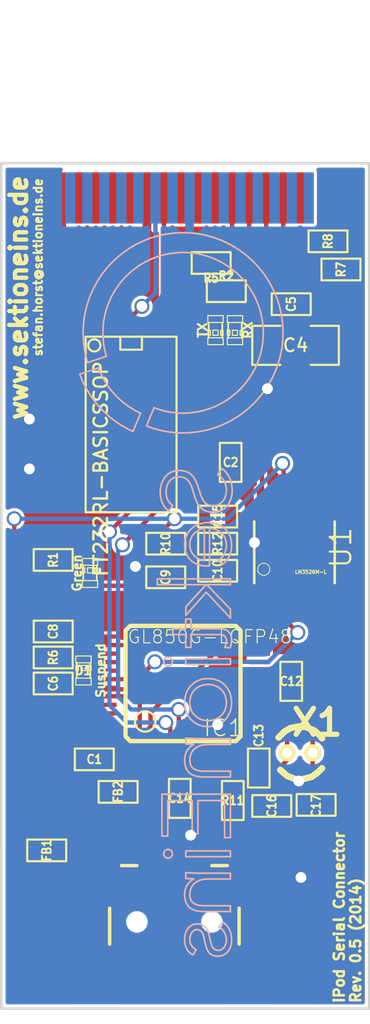
<source format=kicad_pcb>
(kicad_pcb (version 20171130) (host pcbnew "(5.1.12)-1")
  (title_block (title "iPod Serial Connector") (date "07 Jul 2014") (rev 0.5) (company "SektionEins GmbH") (comment 4 "Author: Stefan Horst <stefan.horst@sektioneins.de>"))
  (layers (0 F.Cu signal) (31 B.Cu signal) (34 B.Paste user hide) (35 F.Paste user hide) (36 B.SilkS user hide) (37 F.SilkS user hide) (38 B.Mask user hide) (39 F.Mask user hide) (44 Edge.Cuts user))
  (net 0 "")
  (net 1 DVDD)
  (net 2 "Net-(C2-Pad1)")
  (net 3 +5V)
  (net 4 AVDD)
  (net 5 "Net-(C15-Pad2)")
  (net 6 "Net-(C16-Pad1)")
  (net 7 "Net-(C17-Pad1)")
  (net 8 /HUB_IPOD_GREEN)
  (net 9 "Net-(D3-Pad1)")
  (net 10 /SERIAL_TX_LED)
  (net 11 /SERIAL_RX_LED)
  (net 12 "Net-(FB1-Pad1)")
  (net 13 VBUS)
  (net 14 /USB_D+)
  (net 15 /SERIAL_USB_D-)
  (net 16 /SERIAL_USB_D+)
  (net 17 /USB_D-)
  (net 18 /OVCUR1)
  (net 19 /PWREN1)
  (net 20 /IPOD_USB_D-)
  (net 21 /IPOD_USB_D+)
  (net 22 "Net-(IC1-Pad11)")
  (net 23 /SERIAL_TX)
  (net 24 "Net-(P1-Pad21)")
  (net 25 /SERIAL_RX)
  (net 26 GND)
  (net 27 "Net-(D2-Pad2)")
  (net 28 "Net-(D1-Pad2)")
  (net 29 "Net-(P1-Pad25)")
  (net 30 "Net-(P1-Pad27)")
  (module SMD_Packages.pretty:SM0603 (layer F.Cu) (at 148.082 73.406 90)
    (fp_text reference C2 (at 0 0 180) (layer F.SilkS) (effects (font (size 0.508 0.4572) (thickness 0.1143))))
    (fp_text value 100nF hide)
    (pad 1 smd rect (at -0.762 0 90) (size 0.635 1.143) (layers F.Cu F.Paste F.Mask) (net 2 "Net-(C2-Pad1)"))
    (pad 2 smd rect (at 0.762 0 90) (size 0.635 1.143) (layers F.Cu F.Paste F.Mask) (net 26 GND))
  )
  (module SMD_Packages.pretty:SM0603 (layer F.Cu) (at 151.638 64.135)
    (fp_text reference C5 (at 0 0 90) (layer F.SilkS) (effects (font (size 0.508 0.4572) (thickness 0.1143))))
    (fp_text value 100nF hide)
    (pad 1 smd rect (at -0.762 0) (size 0.635 1.143) (layers F.Cu F.Paste F.Mask) (net 26 GND))
    (pad 2 smd rect (at 0.762 0) (size 0.635 1.143) (layers F.Cu F.Paste F.Mask) (net 3 +5V))
  )
  (module SMD_Packages.pretty:SM0603 (layer F.Cu) (at 137.668 86.36 180)
    (fp_text reference C6 (at 0 0 270) (layer F.SilkS) (effects (font (size 0.508 0.4572) (thickness 0.1143))))
    (fp_text value 100nF hide)
    (pad 1 smd rect (at -0.762 0 180) (size 0.635 1.143) (layers F.Cu F.Paste F.Mask) (net 1 DVDD))
    (pad 2 smd rect (at 0.762 0 180) (size 0.635 1.143) (layers F.Cu F.Paste F.Mask) (net 26 GND))
  )
  (module SMD_Packages.pretty:SM0603 (layer F.Cu) (at 137.668 83.312 180)
    (fp_text reference C8 (at 0 0 270) (layer F.SilkS) (effects (font (size 0.508 0.4572) (thickness 0.1143))))
    (fp_text value 100nF hide)
    (pad 1 smd rect (at -0.762 0 180) (size 0.635 1.143) (layers F.Cu F.Paste F.Mask) (net 1 DVDD))
    (pad 2 smd rect (at 0.762 0 180) (size 0.635 1.143) (layers F.Cu F.Paste F.Mask) (net 26 GND))
  )
  (module SMD_Packages.pretty:SM0603 (layer F.Cu) (at 144.272 80.137)
    (fp_text reference C9 (at 0 0 90) (layer F.SilkS) (effects (font (size 0.508 0.4572) (thickness 0.1143))))
    (fp_text value 100nF hide)
    (pad 1 smd rect (at -0.762 0) (size 0.635 1.143) (layers F.Cu F.Paste F.Mask) (net 1 DVDD))
    (pad 2 smd rect (at 0.762 0) (size 0.635 1.143) (layers F.Cu F.Paste F.Mask) (net 26 GND))
  )
  (module SMD_Packages.pretty:SM0603 (layer F.Cu) (at 147.32 79.756 180)
    (fp_text reference C10 (at 0 0 270) (layer F.SilkS) (effects (font (size 0.508 0.4572) (thickness 0.1143))))
    (fp_text value 100nF hide)
    (pad 1 smd rect (at -0.762 0 180) (size 0.635 1.143) (layers F.Cu F.Paste F.Mask) (net 1 DVDD))
    (pad 2 smd rect (at 0.762 0 180) (size 0.635 1.143) (layers F.Cu F.Paste F.Mask) (net 26 GND))
  )
  (module SMD_Packages.pretty:SM0603 (layer F.Cu) (at 151.638 86.233 90)
    (fp_text reference C12 (at 0 0 180) (layer F.SilkS) (effects (font (size 0.508 0.4572) (thickness 0.1143))))
    (fp_text value 100nF hide)
    (pad 1 smd rect (at -0.762 0 90) (size 0.635 1.143) (layers F.Cu F.Paste F.Mask) (net 4 AVDD))
    (pad 2 smd rect (at 0.762 0 90) (size 0.635 1.143) (layers F.Cu F.Paste F.Mask) (net 26 GND))
  )
  (module SMD_Packages.pretty:SM0603 (layer F.Cu) (at 149.733 91.313 90)
    (fp_text reference C13 (at 1.905 0 90) (layer F.SilkS) (effects (font (size 0.508 0.4572) (thickness 0.1143))))
    (fp_text value 100nF hide)
    (pad 1 smd rect (at -0.762 0 90) (size 0.635 1.143) (layers F.Cu F.Paste F.Mask) (net 4 AVDD))
    (pad 2 smd rect (at 0.762 0 90) (size 0.635 1.143) (layers F.Cu F.Paste F.Mask) (net 26 GND))
  )
  (module SMD_Packages.pretty:SM0603 (layer F.Cu) (at 145.0975 93.091 270)
    (fp_text reference C14 (at 0 0) (layer F.SilkS) (effects (font (size 0.508 0.4572) (thickness 0.1143))))
    (fp_text value 100nF hide)
    (pad 1 smd rect (at -0.762 0 270) (size 0.635 1.143) (layers F.Cu F.Paste F.Mask) (net 4 AVDD))
    (pad 2 smd rect (at 0.762 0 270) (size 0.635 1.143) (layers F.Cu F.Paste F.Mask) (net 26 GND))
  )
  (module SMD_Packages.pretty:SM0603 (layer F.Cu) (at 147.32 76.581 180)
    (fp_text reference C15 (at 0 0.0635 270) (layer F.SilkS) (effects (font (size 0.508 0.4572) (thickness 0.1143))))
    (fp_text value 1uF hide)
    (pad 1 smd rect (at -0.762 0 180) (size 0.635 1.143) (layers F.Cu F.Paste F.Mask) (net 26 GND))
    (pad 2 smd rect (at 0.762 0 180) (size 0.635 1.143) (layers F.Cu F.Paste F.Mask) (net 5 "Net-(C15-Pad2)"))
  )
  (module SMD_Packages.pretty:SM0603 (layer F.Cu) (at 150.495 93.5355)
    (fp_text reference C16 (at 0 0 90) (layer F.SilkS) (effects (font (size 0.508 0.4572) (thickness 0.1143))))
    (fp_text value 20pF hide)
    (pad 1 smd rect (at -0.762 0) (size 0.635 1.143) (layers F.Cu F.Paste F.Mask) (net 6 "Net-(C16-Pad1)"))
    (pad 2 smd rect (at 0.762 0) (size 0.635 1.143) (layers F.Cu F.Paste F.Mask) (net 26 GND))
  )
  (module SMD_Packages.pretty:SM0603 (layer F.Cu) (at 153.0985 93.472 180)
    (fp_text reference C17 (at 0 -0.0635 270) (layer F.SilkS) (effects (font (size 0.508 0.4572) (thickness 0.1143))))
    (fp_text value 20pF hide)
    (pad 1 smd rect (at -0.762 0 180) (size 0.635 1.143) (layers F.Cu F.Paste F.Mask) (net 7 "Net-(C17-Pad1)"))
    (pad 2 smd rect (at 0.762 0 180) (size 0.635 1.143) (layers F.Cu F.Paste F.Mask) (net 26 GND))
  )
  (module LEDs.pretty:LED-0603 (layer F.Cu) (at 139.827 79.883 90)
    (fp_text reference D2 hide)
    (fp_text value Green (at 0 -0.762 90) (layer F.SilkS) (effects (font (size 0.508 0.508) (thickness 0.127))))
    (pad 1 smd rect (at -0.7493 0 90) (size 0.79756 0.79756) (layers F.Cu F.Paste F.Mask) (net 8 /HUB_IPOD_GREEN))
    (pad 2 smd rect (at 0.7493 0 90) (size 0.79756 0.79756) (layers F.Cu F.Paste F.Mask) (net 27 "Net-(D2-Pad2)"))
  )
  (module LEDs.pretty:LED-0603 (layer F.Cu) (at 148.336 65.659 270)
    (fp_text reference D3 hide)
    (fp_text value RX (at 0 -0.762 270) (layer F.SilkS) (effects (font (size 0.508 0.508) (thickness 0.127))))
    (pad 1 smd rect (at -0.7493 0 270) (size 0.79756 0.79756) (layers F.Cu F.Paste F.Mask) (net 9 "Net-(D3-Pad1)"))
    (pad 2 smd rect (at 0.7493 0 270) (size 0.79756 0.79756) (layers F.Cu F.Paste F.Mask) (net 11 /SERIAL_RX_LED))
  )
  (module LEDs.pretty:LED-0603 (layer F.Cu) (at 147.193 65.659 270)
    (fp_text reference D4 hide)
    (fp_text value TX (at 0 0.762 270) (layer F.SilkS) (effects (font (size 0.508 0.508) (thickness 0.127))))
    (pad 1 smd rect (at -0.7493 0 270) (size 0.79756 0.79756) (layers F.Cu F.Paste F.Mask) (net 9 "Net-(D3-Pad1)"))
    (pad 2 smd rect (at 0.7493 0 270) (size 0.79756 0.79756) (layers F.Cu F.Paste F.Mask) (net 10 /SERIAL_TX_LED))
  )
  (module ftdichip-6:LQFP48 (layer F.Cu) (at 145.288 86.36)
    (fp_text reference IC1 (at 1.143 3.175) (layer F.SilkS) (effects (font (size 0.9652 0.9652) (thickness 0.08128)) (justify left bottom)))
    (fp_text value GL850G-LQFP48 (at -3.302 -2.286) (layer F.SilkS) (effects (font (size 0.77216 0.77216) (thickness 0.065024)) (justify left bottom)))
    (pad 1 smd rect (at -2.75 4.5) (size 0.25 1.2) (layers F.Cu F.Paste F.Mask) (net 4 AVDD))
    (pad 2 smd rect (at -2.25 4.5) (size 0.25 1.2) (layers F.Cu F.Paste F.Mask) (net 26 GND))
    (pad 3 smd rect (at -1.75 4.5) (size 0.25 1.2) (layers F.Cu F.Paste F.Mask) (net 17 /USB_D-))
    (pad 4 smd rect (at -1.25 4.5) (size 0.25 1.2) (layers F.Cu F.Paste F.Mask) (net 14 /USB_D+))
    (pad 5 smd rect (at -0.75 4.5) (size 0.25 1.2) (layers F.Cu F.Paste F.Mask) (net 15 /SERIAL_USB_D-))
    (pad 6 smd rect (at -0.25 4.5) (size 0.25 1.2) (layers F.Cu F.Paste F.Mask) (net 16 /SERIAL_USB_D+))
    (pad 7 smd rect (at 0.25 4.5) (size 0.25 1.2) (layers F.Cu F.Paste F.Mask) (net 4 AVDD))
    (pad 8 smd rect (at 0.75 4.5) (size 0.25 1.2) (layers F.Cu F.Paste F.Mask) (net 26 GND))
    (pad 9 smd rect (at 1.25 4.5) (size 0.25 1.2) (layers F.Cu F.Paste F.Mask) (net 20 /IPOD_USB_D-))
    (pad 10 smd rect (at 1.75 4.5) (size 0.25 1.2) (layers F.Cu F.Paste F.Mask) (net 21 /IPOD_USB_D+))
    (pad 11 smd rect (at 2.25 4.5) (size 0.25 1.2) (layers F.Cu F.Paste F.Mask) (net 22 "Net-(IC1-Pad11)"))
    (pad 12 smd rect (at 2.75 4.5) (size 0.25 1.2) (layers F.Cu F.Paste F.Mask) (net 4 AVDD))
    (pad 13 smd rect (at 4.5 2.75) (size 1.2 0.25) (layers F.Cu F.Paste F.Mask) (net 26 GND))
    (pad 14 smd rect (at 4.5 2.25) (size 1.2 0.25) (layers F.Cu F.Paste F.Mask) (net 6 "Net-(C16-Pad1)"))
    (pad 15 smd rect (at 4.5 1.75) (size 1.2 0.25) (layers F.Cu F.Paste F.Mask) (net 7 "Net-(C17-Pad1)"))
    (pad 16 smd rect (at 4.5 1.25) (size 1.2 0.25) (layers F.Cu F.Paste F.Mask) (net 4 AVDD))
    (pad 17 smd rect (at 4.5 0.75) (size 1.2 0.25) (layers F.Cu F.Paste F.Mask))
    (pad 18 smd rect (at 4.5 0.25) (size 1.2 0.25) (layers F.Cu F.Paste F.Mask))
    (pad 19 smd rect (at 4.5 -0.25) (size 1.2 0.25) (layers F.Cu F.Paste F.Mask) (net 4 AVDD))
    (pad 20 smd rect (at 4.5 -0.75) (size 1.2 0.25) (layers F.Cu F.Paste F.Mask) (net 26 GND))
    (pad 21 smd rect (at 4.5 -1.25) (size 1.2 0.25) (layers F.Cu F.Paste F.Mask))
    (pad 22 smd rect (at 4.5 -1.75) (size 1.2 0.25) (layers F.Cu F.Paste F.Mask))
    (pad 23 smd rect (at 4.5 -2.25) (size 1.2 0.25) (layers F.Cu F.Paste F.Mask))
    (pad 24 smd rect (at 4.5 -2.75) (size 1.2 0.25) (layers F.Cu F.Paste F.Mask))
    (pad 25 smd rect (at 2.75 -4.5) (size 0.25 1.2) (layers F.Cu F.Paste F.Mask) (net 1 DVDD))
    (pad 26 smd rect (at 2.25 -4.5) (size 0.25 1.2) (layers F.Cu F.Paste F.Mask) (net 5 "Net-(C15-Pad2)"))
    (pad 27 smd rect (at 1.75 -4.5) (size 0.25 1.2) (layers F.Cu F.Paste F.Mask) (net 26 GND))
    (pad 28 smd rect (at 1.25 -4.5) (size 0.25 1.2) (layers F.Cu F.Paste F.Mask))
    (pad 29 smd rect (at 0.75 -4.5) (size 0.25 1.2) (layers F.Cu F.Paste F.Mask))
    (pad 30 smd rect (at 0.25 -4.5) (size 0.25 1.2) (layers F.Cu F.Paste F.Mask))
    (pad 31 smd rect (at -0.25 -4.5) (size 0.25 1.2) (layers F.Cu F.Paste F.Mask))
    (pad 32 smd rect (at -0.75 -4.5) (size 0.25 1.2) (layers F.Cu F.Paste F.Mask))
    (pad 33 smd rect (at -1.25 -4.5) (size 0.25 1.2) (layers F.Cu F.Paste F.Mask))
    (pad 34 smd rect (at -1.75 -4.5) (size 0.25 1.2) (layers F.Cu F.Paste F.Mask) (net 1 DVDD))
    (pad 35 smd rect (at -2.25 -4.5) (size 0.25 1.2) (layers F.Cu F.Paste F.Mask) (net 8 /HUB_IPOD_GREEN))
    (pad 36 smd rect (at -2.75 -4.5) (size 0.25 1.2) (layers F.Cu F.Paste F.Mask))
    (pad 37 smd rect (at -4.5 -2.75) (size 1.2 0.25) (layers F.Cu F.Paste F.Mask) (net 1 DVDD))
    (pad 38 smd rect (at -4.5 -2.25) (size 1.2 0.25) (layers F.Cu F.Paste F.Mask) (net 1 DVDD))
    (pad 39 smd rect (at -4.5 -1.75) (size 1.2 0.25) (layers F.Cu F.Paste F.Mask) (net 28 "Net-(D1-Pad2)"))
    (pad 40 smd rect (at -4.5 -1.25) (size 1.2 0.25) (layers F.Cu F.Paste F.Mask))
    (pad 41 smd rect (at -4.5 -0.75) (size 1.2 0.25) (layers F.Cu F.Paste F.Mask))
    (pad 42 smd rect (at -4.5 -0.25) (size 1.2 0.25) (layers F.Cu F.Paste F.Mask) (net 18 /OVCUR1))
    (pad 43 smd rect (at -4.5 0.25) (size 1.2 0.25) (layers F.Cu F.Paste F.Mask) (net 19 /PWREN1))
    (pad 44 smd rect (at -4.5 0.75) (size 1.2 0.25) (layers F.Cu F.Paste F.Mask) (net 1 DVDD))
    (pad 45 smd rect (at -4.5 1.25) (size 1.2 0.25) (layers F.Cu F.Paste F.Mask))
    (pad 46 smd rect (at -4.5 1.75) (size 1.2 0.25) (layers F.Cu F.Paste F.Mask))
    (pad 47 smd rect (at -4.5 2.25) (size 1.2 0.25) (layers F.Cu F.Paste F.Mask) (net 13 VBUS))
    (pad 48 smd rect (at -4.5 2.75) (size 1.2 0.25) (layers F.Cu F.Paste F.Mask) (net 1 DVDD))
  )
  (module SparkFun-Connectors:USB-MINIB (layer F.Cu) (at 144.78 100.33 90)
    (fp_text reference J1 hide)
    (fp_text value USB-MINIB-5PIN hide)
    (pad D+ smd rect (at 2.5 0 90) (size 2.5 0.5) (layers F.Cu F.Paste F.Mask) (net 14 /USB_D+))
    (pad D- smd rect (at 2.5 -0.8 90) (size 2.5 0.5) (layers F.Cu F.Paste F.Mask) (net 17 /USB_D-))
    (pad GND smd rect (at 2.5 1.6 90) (size 2.5 0.5) (layers F.Cu F.Paste F.Mask) (net 26 GND))
    (pad ID smd rect (at 2.5 0.8 90) (size 2.5 0.5) (layers F.Cu F.Paste F.Mask))
    (pad MTN3 smd rect (at -3 4.5 90) (size 2.5 2) (layers F.Cu F.Paste F.Mask) (net 26 GND))
    (pad MTN1 smd rect (at -3 -4.5 90) (size 2.5 2) (layers F.Cu F.Paste F.Mask) (net 26 GND))
    (pad MTN4 smd rect (at 2.5 4.5 90) (size 2.5 2) (layers F.Cu F.Paste F.Mask) (net 26 GND))
    (pad MTN2 smd rect (at 2.5 -4.5 90) (size 2.5 2) (layers F.Cu F.Paste F.Mask) (net 26 GND))
    (pad VBUS smd rect (at 2.5 -1.6 90) (size 2.5 0.5) (layers F.Cu F.Paste F.Mask) (net 12 "Net-(FB1-Pad1)"))
    (pad "" np_thru_hole circle (at 0 -2.2 90) (size 0.9 0.9) (drill 0.9) (layers *.Cu))
    (pad "" np_thru_hole circle (at 0 2.2 90) (size 0.9 0.9) (drill 0.9) (layers *.Cu))
  )
  (module SparkFun-Connectors:IPOD_MALE_CONNECTOR (layer B.Cu) (at 145.669 57.912 180)
    (fp_text reference P1 hide)
    (fp_text value IPOD_CONNECTOR_MALE hide)
    (pad 1 smd rect (at 7.5 0 180) (size 0.6 3) (layers F.Cu F.Paste F.Mask) (net 26 GND))
    (pad 3 smd rect (at 6.5 0 180) (size 0.6 3) (layers F.Cu F.Paste F.Mask))
    (pad 5 smd rect (at 5.5 0 180) (size 0.6 3) (layers F.Cu F.Paste F.Mask))
    (pad 7 smd rect (at 4.5 0 180) (size 0.6 3) (layers F.Cu F.Paste F.Mask))
    (pad 9 smd rect (at 3.5 0 180) (size 0.6 3) (layers F.Cu F.Paste F.Mask))
    (pad 11 smd rect (at 2.5 0 180) (size 0.6 3) (layers F.Cu F.Paste F.Mask) (net 26 GND))
    (pad 13 smd rect (at 1.5 0 180) (size 0.6 3) (layers F.Cu F.Paste F.Mask) (net 23 /SERIAL_TX))
    (pad 15 smd rect (at 0.5 0 180) (size 0.6 3) (layers F.Cu F.Paste F.Mask))
    (pad 17 smd rect (at -0.5 0 180) (size 0.6 3) (layers F.Cu F.Paste F.Mask))
    (pad 19 smd rect (at -1.5 0 180) (size 0.6 3) (layers F.Cu F.Paste F.Mask))
    (pad 21 smd rect (at -2.5 0 180) (size 0.6 3) (layers F.Cu F.Paste F.Mask) (net 24 "Net-(P1-Pad21)"))
    (pad 23 smd rect (at -3.5 0 180) (size 0.6 3) (layers F.Cu F.Paste F.Mask) (net 3 +5V))
    (pad 25 smd rect (at -4.5 0 180) (size 0.6 3) (layers F.Cu F.Paste F.Mask) (net 29 "Net-(P1-Pad25)"))
    (pad 27 smd rect (at -5.5 0 180) (size 0.6 3) (layers F.Cu F.Paste F.Mask) (net 30 "Net-(P1-Pad27)"))
    (pad 2 smd rect (at 7 0 180) (size 0.6 3) (layers B.Cu B.Paste B.Mask))
    (pad 4 smd rect (at 6 0 180) (size 0.6 3) (layers B.Cu B.Paste B.Mask))
    (pad 6 smd rect (at 5 0 180) (size 0.6 3) (layers B.Cu B.Paste B.Mask))
    (pad 8 smd rect (at 4 0 180) (size 0.6 3) (layers B.Cu B.Paste B.Mask))
    (pad 10 smd rect (at 3 0 180) (size 0.6 3) (layers B.Cu B.Paste B.Mask))
    (pad 12 smd rect (at 2 0 180) (size 0.6 3) (layers B.Cu B.Paste B.Mask) (net 25 /SERIAL_RX))
    (pad 14 smd rect (at 1 0 180) (size 0.6 3) (layers B.Cu B.Paste B.Mask))
    (pad 16 smd rect (at 0 0 180) (size 0.6 3) (layers B.Cu B.Paste B.Mask) (net 26 GND))
    (pad 18 smd rect (at -1 0 180) (size 0.6 3) (layers B.Cu B.Paste B.Mask))
    (pad 20 smd rect (at -2 0 180) (size 0.6 3) (layers B.Cu B.Paste B.Mask))
    (pad 22 smd rect (at -3 0 180) (size 0.6 3) (layers B.Cu B.Paste B.Mask))
    (pad 24 smd rect (at -4 0 180) (size 0.6 3) (layers B.Cu B.Paste B.Mask))
    (pad 26 smd rect (at -5 0 180) (size 0.6 3) (layers B.Cu B.Paste B.Mask))
    (pad 28 smd rect (at -6 0 180) (size 0.6 3) (layers B.Cu B.Paste B.Mask))
    (pad 29 smd rect (at -6.5 0 180) (size 0.6 3) (layers F.Cu F.Paste F.Mask))
    (pad 30 smd rect (at -7 0 180) (size 0.6 3) (layers B.Cu B.Paste B.Mask))
  )
  (module SMD_Packages.pretty:SM0603 (layer F.Cu) (at 137.668 79.121 180)
    (fp_text reference R1 (at 0 0 270) (layer F.SilkS) (effects (font (size 0.508 0.4572) (thickness 0.1143))))
    (fp_text value 470R hide)
    (pad 1 smd rect (at -0.762 0 180) (size 0.635 1.143) (layers F.Cu F.Paste F.Mask) (net 27 "Net-(D2-Pad2)"))
    (pad 2 smd rect (at 0.762 0 180) (size 0.635 1.143) (layers F.Cu F.Paste F.Mask) (net 26 GND))
  )
  (module SMD_Packages.pretty:SM0603 (layer F.Cu) (at 147.828 63.373 180)
    (fp_text reference R2 (at 0 0.889 180) (layer F.SilkS) (effects (font (size 0.508 0.4572) (thickness 0.1143))))
    (fp_text value 270R hide)
    (pad 1 smd rect (at -0.762 0 180) (size 0.635 1.143) (layers F.Cu F.Paste F.Mask) (net 3 +5V))
    (pad 2 smd rect (at 0.762 0 180) (size 0.635 1.143) (layers F.Cu F.Paste F.Mask) (net 9 "Net-(D3-Pad1)"))
  )
  (module SMD_Packages.pretty:SM0603 (layer F.Cu) (at 146.939 61.722)
    (fp_text reference R5 (at 0 0.889) (layer F.SilkS) (effects (font (size 0.508 0.4572) (thickness 0.1143))))
    (fp_text value 470K hide)
    (pad 1 smd rect (at -0.762 0) (size 0.635 1.143) (layers F.Cu F.Paste F.Mask) (net 26 GND))
    (pad 2 smd rect (at 0.762 0) (size 0.635 1.143) (layers F.Cu F.Paste F.Mask) (net 24 "Net-(P1-Pad21)"))
  )
  (module SMD_Packages.pretty:SM0603 (layer F.Cu) (at 137.668 84.836 180)
    (fp_text reference R6 (at 0 0 270) (layer F.SilkS) (effects (font (size 0.508 0.4572) (thickness 0.1143))))
    (fp_text value 100K hide)
    (pad 1 smd rect (at -0.762 0 180) (size 0.635 1.143) (layers F.Cu F.Paste F.Mask) (net 28 "Net-(D1-Pad2)"))
    (pad 2 smd rect (at 0.762 0 180) (size 0.635 1.143) (layers F.Cu F.Paste F.Mask) (net 1 DVDD))
  )
  (module SMD_Packages.pretty:SM0603 (layer F.Cu) (at 144.272 78.1685 180)
    (fp_text reference R10 (at 0 0 270) (layer F.SilkS) (effects (font (size 0.508 0.4572) (thickness 0.1143))))
    (fp_text value 10K hide)
    (pad 1 smd rect (at -0.762 0 180) (size 0.635 1.143) (layers F.Cu F.Paste F.Mask) (net 5 "Net-(C15-Pad2)"))
    (pad 2 smd rect (at 0.762 0 180) (size 0.635 1.143) (layers F.Cu F.Paste F.Mask) (net 13 VBUS))
  )
  (module SMD_Packages.pretty:SM0603 (layer F.Cu) (at 148.209 93.218 270)
    (fp_text reference R11 (at 0 0) (layer F.SilkS) (effects (font (size 0.508 0.4572) (thickness 0.1143))))
    (fp_text value 680R hide)
    (pad 1 smd rect (at -0.762 0 270) (size 0.635 1.143) (layers F.Cu F.Paste F.Mask) (net 22 "Net-(IC1-Pad11)"))
    (pad 2 smd rect (at 0.762 0 270) (size 0.635 1.143) (layers F.Cu F.Paste F.Mask) (net 26 GND))
  )
  (module SMD_Packages.pretty:SM0603 (layer F.Cu) (at 147.32 78.1685 180)
    (fp_text reference R12 (at 0 0 270) (layer F.SilkS) (effects (font (size 0.508 0.4572) (thickness 0.1143))))
    (fp_text value 47K hide)
    (pad 1 smd rect (at -0.762 0 180) (size 0.635 1.143) (layers F.Cu F.Paste F.Mask) (net 26 GND))
    (pad 2 smd rect (at 0.762 0 180) (size 0.635 1.143) (layers F.Cu F.Paste F.Mask) (net 5 "Net-(C15-Pad2)"))
  )
  (module SSOP_Packages.pretty:SSOP-28 (layer F.Cu) (at 142.24 71.12 270)
    (fp_text reference U2 hide)
    (fp_text value FT232RL-BASICSSOP (at 2.667 1.778 270) (layer F.SilkS) (effects (font (size 0.8 0.8) (thickness 0.14))))
    (pad 1 smd rect (at -4.191 3.556 270) (size 0.4064 1.27) (layers F.Cu F.Paste F.Mask) (net 23 /SERIAL_TX))
    (pad 2 smd rect (at -3.556 3.556 270) (size 0.4064 1.27) (layers F.Cu F.Paste F.Mask))
    (pad 3 smd rect (at -2.8956 3.556 270) (size 0.4064 1.27) (layers F.Cu F.Paste F.Mask))
    (pad 4 smd rect (at -2.2352 3.556 270) (size 0.4064 1.27) (layers F.Cu F.Paste F.Mask) (net 2 "Net-(C2-Pad1)"))
    (pad 5 smd rect (at -1.6002 3.556 270) (size 0.4064 1.27) (layers F.Cu F.Paste F.Mask) (net 25 /SERIAL_RX))
    (pad 6 smd rect (at -0.9398 3.556 270) (size 0.4064 1.27) (layers F.Cu F.Paste F.Mask))
    (pad 7 smd rect (at -0.2794 3.556 270) (size 0.4064 1.27) (layers F.Cu F.Paste F.Mask) (net 26 GND))
    (pad 8 smd rect (at 0.3556 3.556 270) (size 0.4064 1.27) (layers F.Cu F.Paste F.Mask))
    (pad 9 smd rect (at 1.016 3.556 270) (size 0.4064 1.27) (layers F.Cu F.Paste F.Mask))
    (pad 10 smd rect (at 1.651 3.556 270) (size 0.4064 1.27) (layers F.Cu F.Paste F.Mask))
    (pad 11 smd rect (at 2.3114 3.556 270) (size 0.4064 1.27) (layers F.Cu F.Paste F.Mask))
    (pad 12 smd rect (at 2.9718 3.556 270) (size 0.4064 1.27) (layers F.Cu F.Paste F.Mask))
    (pad 13 smd rect (at 3.6068 3.556 270) (size 0.4064 1.27) (layers F.Cu F.Paste F.Mask))
    (pad 14 smd rect (at 4.2672 3.556 270) (size 0.4064 1.27) (layers F.Cu F.Paste F.Mask))
    (pad 15 smd rect (at 4.2672 -3.556 270) (size 0.4064 1.27) (layers F.Cu F.Paste F.Mask) (net 16 /SERIAL_USB_D+))
    (pad 16 smd rect (at 3.6068 -3.556 270) (size 0.4064 1.27) (layers F.Cu F.Paste F.Mask) (net 15 /SERIAL_USB_D-))
    (pad 17 smd rect (at 2.9972 -3.556 270) (size 0.4064 1.27) (layers F.Cu F.Paste F.Mask) (net 2 "Net-(C2-Pad1)"))
    (pad 18 smd rect (at 2.3114 -3.556 270) (size 0.4064 1.27) (layers F.Cu F.Paste F.Mask) (net 26 GND))
    (pad 19 smd rect (at 1.651 -3.556 270) (size 0.4064 1.27) (layers F.Cu F.Paste F.Mask))
    (pad 20 smd rect (at 1.016 -3.556 270) (size 0.4064 1.27) (layers F.Cu F.Paste F.Mask) (net 3 +5V))
    (pad 21 smd rect (at 0.3556 -3.556 270) (size 0.4064 1.27) (layers F.Cu F.Paste F.Mask) (net 26 GND))
    (pad 22 smd rect (at -0.2794 -3.556 270) (size 0.4064 1.27) (layers F.Cu F.Paste F.Mask) (net 11 /SERIAL_RX_LED))
    (pad 23 smd rect (at -0.9398 -3.556 270) (size 0.4064 1.27) (layers F.Cu F.Paste F.Mask) (net 10 /SERIAL_TX_LED))
    (pad 24 smd rect (at -1.6002 -3.556 270) (size 0.4064 1.27) (layers F.Cu F.Paste F.Mask))
    (pad 25 smd rect (at -2.2352 -3.556 270) (size 0.4064 1.27) (layers F.Cu F.Paste F.Mask) (net 26 GND))
    (pad 26 smd rect (at -2.8956 -3.556 270) (size 0.4064 1.27) (layers F.Cu F.Paste F.Mask) (net 26 GND))
    (pad 27 smd rect (at -3.556 -3.556 270) (size 0.4064 1.27) (layers F.Cu F.Paste F.Mask))
    (pad 28 smd rect (at -4.191 -3.556 270) (size 0.4064 1.27) (layers F.Cu F.Paste F.Mask))
  )
  (module AWJLEagleLib:SO08 (layer F.Cu) (at 151.8285 78.6765)
    (fp_text reference U1 (at 3.429 1.016 90) (layer F.SilkS) (effects (font (size 1.2065 1.2065) (thickness 0.127)) (justify left bottom)))
    (fp_text value LM3526M-L (at 0 1.27 180) (layer F.SilkS) (effects (font (size 0.2065 0.2065) (thickness 0.051625)) (justify left bottom)))
    (pad 1 smd rect (at -1.905 2.6162) (size 0.6096 2.2098) (layers F.Cu F.Paste F.Mask) (net 19 /PWREN1))
    (pad 8 smd rect (at -1.905 -2.6162) (size 0.6096 2.2098) (layers F.Cu F.Paste F.Mask) (net 3 +5V))
    (pad 2 smd rect (at -0.635 2.6162) (size 0.6096 2.2098) (layers F.Cu F.Paste F.Mask) (net 18 /OVCUR1))
    (pad 3 smd rect (at 0.635 2.6162) (size 0.6096 2.2098) (layers F.Cu F.Paste F.Mask))
    (pad 7 smd rect (at -0.635 -2.6162) (size 0.6096 2.2098) (layers F.Cu F.Paste F.Mask) (net 13 VBUS))
    (pad 6 smd rect (at 0.635 -2.6162) (size 0.6096 2.2098) (layers F.Cu F.Paste F.Mask) (net 26 GND))
    (pad 4 smd rect (at 1.905 2.6162) (size 0.6096 2.2098) (layers F.Cu F.Paste F.Mask))
    (pad 5 smd rect (at 1.905 -2.6162) (size 0.6096 2.2098) (layers F.Cu F.Paste F.Mask))
  )
  (module LEDs.pretty:LED-0603 (layer F.Cu) (at 139.446 85.598 90)
    (fp_text reference D1 (at 0 0 180) (layer F.SilkS) (effects (font (size 0.508 0.508) (thickness 0.127))))
    (fp_text value Suspend (at 0 1.016 90) (layer F.SilkS) (effects (font (size 0.508 0.508) (thickness 0.127))))
    (pad 1 smd rect (at -0.7493 0 90) (size 0.79756 0.79756) (layers F.Cu F.Paste F.Mask) (net 1 DVDD))
    (pad 2 smd rect (at 0.7493 0 90) (size 0.79756 0.79756) (layers F.Cu F.Paste F.Mask) (net 28 "Net-(D1-Pad2)"))
  )
  (module SMD_Packages.pretty:SM0603 (layer F.Cu) (at 154.559 62.103)
    (fp_text reference R7 (at 0 0 90) (layer F.SilkS) (effects (font (size 0.508 0.4572) (thickness 0.1143))))
    (fp_text value 0R hide)
    (pad 1 smd rect (at -0.762 0) (size 0.635 1.143) (layers F.Cu F.Paste F.Mask) (net 29 "Net-(P1-Pad25)"))
    (pad 2 smd rect (at 0.762 0) (size 0.635 1.143) (layers F.Cu F.Paste F.Mask) (net 20 /IPOD_USB_D-))
  )
  (module SMD_Packages.pretty:SM0603 (layer F.Cu) (at 153.797 60.452)
    (fp_text reference R8 (at 0 0 90) (layer F.SilkS) (effects (font (size 0.508 0.4572) (thickness 0.1143))))
    (fp_text value 0R hide)
    (pad 1 smd rect (at -0.762 0) (size 0.635 1.143) (layers F.Cu F.Paste F.Mask) (net 30 "Net-(P1-Pad27)"))
    (pad 2 smd rect (at 0.762 0) (size 0.635 1.143) (layers F.Cu F.Paste F.Mask) (net 21 /IPOD_USB_D+))
  )
  (module SMD_Packages.pretty:SM0603 (layer F.Cu) (at 137.287 96.139 180)
    (fp_text reference FB1 (at 0 0 270) (layer F.SilkS) (effects (font (size 0.508 0.4572) (thickness 0.1143))))
    (fp_text value FILTER hide)
    (pad 1 smd rect (at -0.762 0 180) (size 0.635 1.143) (layers F.Cu F.Paste F.Mask) (net 12 "Net-(FB1-Pad1)"))
    (pad 2 smd rect (at 0.762 0 180) (size 0.635 1.143) (layers F.Cu F.Paste F.Mask) (net 13 VBUS))
  )
  (module SMD_Packages.pretty:SM0603 (layer F.Cu) (at 141.478 92.71)
    (fp_text reference FB2 (at 0 0 90) (layer F.SilkS) (effects (font (size 0.508 0.4572) (thickness 0.1143))))
    (fp_text value FILTER hide)
    (pad 1 smd rect (at -0.762 0) (size 0.635 1.143) (layers F.Cu F.Paste F.Mask) (net 1 DVDD))
    (pad 2 smd rect (at 0.762 0) (size 0.635 1.143) (layers F.Cu F.Paste F.Mask) (net 4 AVDD))
  )
  (module SMD_Packages.pretty:SM0603 (layer F.Cu) (at 140.081 90.805 180)
    (fp_text reference C1 (at 0 0 180) (layer F.SilkS) (effects (font (size 0.508 0.4572) (thickness 0.1143))))
    (fp_text value 10uF/10V hide)
    (pad 1 smd rect (at -0.762 0 180) (size 0.635 1.143) (layers F.Cu F.Paste F.Mask) (net 1 DVDD))
    (pad 2 smd rect (at 0.762 0 180) (size 0.635 1.143) (layers F.Cu F.Paste F.Mask) (net 26 GND))
  )
  (module SMD_Packages.pretty:SM1206 (layer F.Cu) (at 151.892 66.548 180)
    (fp_text reference C4 (at 0 0 180) (layer F.SilkS) (effects (font (size 0.762 0.762) (thickness 0.127))))
    (fp_text value 100uF hide)
    (pad 1 smd rect (at -1.651 0 180) (size 1.524 2.032) (layers F.Cu F.Paste F.Mask) (net 3 +5V))
    (pad 2 smd rect (at 1.651 0 180) (size 1.524 2.032) (layers F.Cu F.Paste F.Mask) (net 26 GND))
  )
  (module Crystals.pretty:Crystal_Round_Vertical_3mm (layer F.Cu) (at 152.146 90.424)
    (fp_text reference X1 (at 1.016 -1.778) (layer F.SilkS) (effects (font (size 1.524 1.524) (thickness 0.3048))))
    (fp_text value "12 Mhz" hide)
    (pad 1 thru_hole circle (at -0.7493 0) (size 1.00076 1.00076) (drill 0.59944) (layers *.Cu *.Mask F.SilkS) (net 6 "Net-(C16-Pad1)"))
    (pad 2 thru_hole circle (at 0.7493 0) (size 1.00076 1.00076) (drill 0.59944) (layers *.Cu *.Mask F.SilkS) (net 7 "Net-(C17-Pad1)"))
  )
  (module S1:SektionEinsLogo (layer B.Cu) (at 136.144 54.356 270)
    (fp_text reference SektionEinsLogo hide)
    (fp_text value VAL** hide)
  )
  (gr_line (start 134.62 105.41) (end 134.62 55.88) (angle 90) (layer Edge.Cuts) (width 0.15))
  (gr_line (start 156.21 105.41) (end 134.62 105.41) (angle 90) (layer Edge.Cuts) (width 0.15))
  (gr_line (start 156.21 55.88) (end 156.21 105.41) (angle 90) (layer Edge.Cuts) (width 0.15))
  (gr_line (start 134.62 55.88) (end 156.21 55.88) (angle 90) (layer Edge.Cuts) (width 0.15))
  (gr_text stefan.horst@sektioneins.de (at 136.779 61.976 90) (layer F.SilkS) (effects (font (size 0.5 0.5) (thickness 0.125))))
  (gr_text "iPod Serial Connector\nRev. 0.5 (2014)" (at 154.94 105.156 90) (layer F.SilkS) (effects (font (size 0.6 0.6)) (justify left)))
  (gr_text www.sektioneins.de (at 135.636 63.754 90) (layer F.SilkS) (effects (font (size 1 1) (thickness 0.25))))
  (segment (start 140.217998 83.702998) (end 140.788 83.702998) (width 0.254) (layer F.Cu) (net 1))
  (segment (start 140.788 83.702998) (end 140.788 83.61) (width 0.254) (layer F.Cu) (net 1))
  (segment (start 140.776 87.122) (end 140.788 87.11) (width 0.254) (layer F.Cu) (net 1))
  (segment (start 136.906 84.836) (end 138.43 86.36) (width 0.254) (layer F.Cu) (net 1))
  (segment (start 143.51 81.832) (end 143.538 81.86) (width 0.254) (layer F.Cu) (net 1))
  (segment (start 139.228 84.11) (end 138.43 83.312) (width 0.254) (layer F.Cu) (net 1))
  (segment (start 140.788 84.11) (end 139.228 84.11) (width 0.254) (layer F.Cu) (net 1))
  (segment (start 136.906 84.836) (end 138.43 83.312) (width 0.254) (layer F.Cu) (net 1))
  (segment (start 148.038 79.546) (end 148.082 79.502) (width 0.254) (layer F.Cu) (net 1))
  (segment (start 143.538 79.784) (end 143.51 79.756) (width 0.254) (layer F.Cu) (net 1))
  (segment (start 148.082 81.816) (end 148.038 81.86) (width 0.254) (layer F.Cu) (net 1))
  (segment (start 143.51 81.832) (end 143.538 81.86) (width 0.254) (layer F.Cu) (net 1))
  (segment (start 142.482 87.11) (end 142.748 87.376) (width 0.254) (layer F.Cu) (net 1))
  (segment (start 140.788 87.11) (end 142.482 87.11) (width 0.254) (layer F.Cu) (net 1))
  (segment (start 142.748 87.376) (end 142.748 87.63) (width 0.254) (layer F.Cu) (net 1))
  (segment (start 142.748 87.63) (end 142.748 88.9) (width 0.254) (layer F.Cu) (net 1))
  (segment (start 142.538 89.11) (end 140.788 89.11) (width 0.254) (layer F.Cu) (net 1))
  (segment (start 142.748 88.9) (end 142.538 89.11) (width 0.254) (layer F.Cu) (net 1))
  (segment (start 143.51 81.832) (end 143.538 81.86) (width 0.254) (layer F.Cu) (net 1))
  (segment (start 139.585 87.11) (end 139.446 86.971) (width 0.254) (layer F.Cu) (net 1))
  (segment (start 139.446 86.971) (end 139.446 86.3473) (width 0.254) (layer F.Cu) (net 1))
  (segment (start 140.788 87.11) (end 139.585 87.11) (width 0.254) (layer F.Cu) (net 1))
  (segment (start 138.4427 86.3473) (end 138.43 86.36) (width 0.254) (layer F.Cu) (net 1))
  (segment (start 139.446 86.3473) (end 138.4427 86.3473) (width 0.254) (layer F.Cu) (net 1))
  (segment (start 143.538 79.784) (end 143.51 79.756) (width 0.254) (layer F.Cu) (net 1))
  (segment (start 148.082 81.816) (end 148.038 81.86) (width 0.254) (layer F.Cu) (net 1))
  (segment (start 148.082 79.756) (end 148.082 81.816) (width 0.254) (layer F.Cu) (net 1))
  (segment (start 143.51 81.832) (end 143.538 81.86) (width 0.254) (layer F.Cu) (net 1))
  (segment (start 143.51 80.137) (end 143.51 81.832) (width 0.254) (layer F.Cu) (net 1))
  (segment (start 140.788 83.61) (end 140.788 84.11) (width 0.254) (layer F.Cu) (net 1))
  (segment (start 140.788 89.11) (end 140.788 90.352) (width 0.254) (layer F.Cu) (net 1))
  (segment (start 143.51 84.11) (end 140.788 84.11) (width 0.254) (layer F.Cu) (net 1))
  (segment (start 146.903 84.11) (end 143.51 84.11) (width 0.254) (layer F.Cu) (net 1))
  (segment (start 148.038 82.975) (end 146.903 84.11) (width 0.254) (layer F.Cu) (net 1))
  (segment (start 148.038 81.86) (end 148.038 82.975) (width 0.254) (layer F.Cu) (net 1))
  (segment (start 143.538 84.11) (end 143.51 84.082) (width 0.254) (layer F.Cu) (net 1))
  (segment (start 143.51 84.082) (end 143.51 84.074) (width 0.254) (layer F.Cu) (net 1))
  (segment (start 143.51 84.074) (end 143.51 84.11) (width 0.254) (layer F.Cu) (net 1))
  (segment (start 143.538 81.86) (end 143.538 84.11) (width 0.254) (layer F.Cu) (net 1))
  (segment (start 140.843 92.583) (end 140.97 92.71) (width 0.254) (layer F.Cu) (net 1))
  (segment (start 140.843 90.805) (end 140.843 92.583) (width 0.254) (layer F.Cu) (net 1))
  (segment (start 145.2372 74.1172) (end 145.796 74.1172) (width 0.254) (layer F.Cu) (net 2))
  (segment (start 140.0048 68.8848) (end 145.2372 74.1172) (width 0.254) (layer F.Cu) (net 2))
  (segment (start 138.684 68.8848) (end 140.0048 68.8848) (width 0.254) (layer F.Cu) (net 2))
  (segment (start 148.0312 74.1172) (end 148.082 74.168) (width 0.254) (layer F.Cu) (net 2))
  (segment (start 145.796 74.1172) (end 148.0312 74.1172) (width 0.254) (layer F.Cu) (net 2))
  (segment (start 146.812 72.136) (end 147.2692 71.6788) (width 0.254) (layer F.Cu) (net 3))
  (segment (start 147.2692 71.6788) (end 150.495 71.6788) (width 0.254) (layer F.Cu) (net 3))
  (segment (start 145.796 72.136) (end 146.812 72.136) (width 0.254) (layer F.Cu) (net 3))
  (segment (start 149.169 60.65) (end 150.876 62.357) (width 0.254) (layer F.Cu) (net 3))
  (segment (start 149.169 57.912) (end 149.169 60.65) (width 0.254) (layer F.Cu) (net 3))
  (segment (start 150.84425 62.38875) (end 150.876 62.357) (width 0.254) (layer F.Cu) (net 3))
  (segment (start 149.86 63.373) (end 150.84425 62.38875) (width 0.254) (layer F.Cu) (net 3))
  (segment (start 148.59 63.373) (end 149.86 63.373) (width 0.254) (layer F.Cu) (net 3))
  (segment (start 149.9235 72.2503) (end 150.495 71.6788) (width 0.254) (layer F.Cu) (net 3))
  (segment (start 149.9235 76.0603) (end 149.9235 72.2503) (width 0.254) (layer F.Cu) (net 3))
  (segment (start 150.84425 62.57925) (end 152.4 64.135) (width 0.254) (layer F.Cu) (net 3))
  (segment (start 150.84425 62.38875) (end 150.84425 62.57925) (width 0.254) (layer F.Cu) (net 3))
  (segment (start 153.543 64.643) (end 153.543 66.548) (width 0.254) (layer F.Cu) (net 3))
  (segment (start 153.035 64.135) (end 153.543 64.643) (width 0.254) (layer F.Cu) (net 3))
  (segment (start 152.4 64.135) (end 153.035 64.135) (width 0.254) (layer F.Cu) (net 3))
  (segment (start 152.9842 71.6788) (end 153.543 71.12) (width 0.254) (layer F.Cu) (net 3))
  (segment (start 153.543 71.12) (end 153.543 66.548) (width 0.254) (layer F.Cu) (net 3))
  (segment (start 150.495 71.6788) (end 152.9842 71.6788) (width 0.254) (layer F.Cu) (net 3))
  (segment (start 148.038 90.86) (end 148.038 89.999) (width 0.254) (layer F.Cu) (net 4))
  (segment (start 148.038 89.999) (end 147.828 89.789) (width 0.254) (layer F.Cu) (net 4))
  (segment (start 148.038 90.9515) (end 149.1615 92.075) (width 0.254) (layer F.Cu) (net 4))
  (segment (start 148.038 90.86) (end 148.038 90.9515) (width 0.254) (layer F.Cu) (net 4))
  (segment (start 147.828 89.789) (end 145.538 89.789) (width 0.254) (layer F.Cu) (net 4))
  (segment (start 145.538 89.789) (end 145.542 89.789) (width 0.254) (layer F.Cu) (net 4))
  (segment (start 145.542 89.789) (end 145.538 89.789) (width 0.254) (layer F.Cu) (net 4))
  (segment (start 149.788 87.61) (end 148.336 87.61) (width 0.254) (layer F.Cu) (net 4))
  (segment (start 148.336 87.61) (end 148.058 87.61) (width 0.254) (layer F.Cu) (net 4))
  (segment (start 148.058 87.61) (end 148.038 87.63) (width 0.254) (layer F.Cu) (net 4))
  (segment (start 149.784 86.106) (end 149.788 86.11) (width 0.254) (layer F.Cu) (net 4))
  (segment (start 145.538 92.452) (end 145.542 92.456) (width 0.254) (layer F.Cu) (net 4))
  (segment (start 148.336 87.503) (end 148.336 87.61) (width 0.254) (layer F.Cu) (net 4))
  (segment (start 148.336 87.61) (end 148.336 87.503) (width 0.254) (layer F.Cu) (net 4))
  (segment (start 148.336 86.106) (end 148.336 87.61) (width 0.254) (layer F.Cu) (net 4))
  (segment (start 149.784 86.106) (end 149.788 86.11) (width 0.254) (layer F.Cu) (net 4))
  (segment (start 148.336 86.106) (end 149.784 86.106) (width 0.254) (layer F.Cu) (net 4))
  (segment (start 151.15 87.61) (end 149.788 87.61) (width 0.254) (layer F.Cu) (net 4))
  (segment (start 151.638 87.122) (end 151.15 87.61) (width 0.254) (layer F.Cu) (net 4))
  (segment (start 151.638 86.995) (end 151.638 87.122) (width 0.254) (layer F.Cu) (net 4))
  (segment (start 146.6215 87.63) (end 148.038 87.63) (width 0.254) (layer F.Cu) (net 4))
  (segment (start 146.558 87.63) (end 146.6215 87.63) (width 0.254) (layer F.Cu) (net 4))
  (segment (start 145.538 89.662) (end 145.538 88.65) (width 0.254) (layer F.Cu) (net 4))
  (segment (start 145.538 89.789) (end 145.538 89.662) (width 0.254) (layer F.Cu) (net 4))
  (segment (start 145.538 88.65) (end 146.558 87.63) (width 0.254) (layer F.Cu) (net 4))
  (segment (start 145.538 90.86) (end 145.538 89.789) (width 0.254) (layer F.Cu) (net 4))
  (segment (start 143.383 88.0745) (end 144.3355 87.122) (width 0.254) (layer F.Cu) (net 4))
  (segment (start 144.3355 87.122) (end 146.1135 87.122) (width 0.254) (layer F.Cu) (net 4))
  (segment (start 146.1135 87.122) (end 146.6215 87.63) (width 0.254) (layer F.Cu) (net 4))
  (segment (start 142.538 90.86) (end 142.538 89.745) (width 0.254) (layer F.Cu) (net 4))
  (segment (start 143.383 88.9) (end 143.383 88.138) (width 0.254) (layer F.Cu) (net 4))
  (segment (start 142.538 89.745) (end 143.383 88.9) (width 0.254) (layer F.Cu) (net 4))
  (segment (start 143.383 88.138) (end 143.383 88.0745) (width 0.254) (layer F.Cu) (net 4))
  (segment (start 149.1615 92.075) (end 149.733 92.075) (width 0.254) (layer F.Cu) (net 4))
  (segment (start 145.538 92.452) (end 145.542 92.456) (width 0.254) (layer F.Cu) (net 4))
  (segment (start 145.538 91.8885) (end 145.0975 92.329) (width 0.254) (layer F.Cu) (net 4))
  (segment (start 145.538 90.86) (end 145.538 91.8885) (width 0.254) (layer F.Cu) (net 4))
  (segment (start 142.538 90.86) (end 142.538 92.539) (width 0.254) (layer F.Cu) (net 4))
  (segment (start 146.558 76.581) (end 146.558 78.1685) (width 0.254) (layer F.Cu) (net 5))
  (segment (start 146.558 78.1685) (end 145.034 78.1685) (width 0.254) (layer F.Cu) (net 5))
  (segment (start 147.1295 78.1685) (end 147.32 78.359) (width 0.254) (layer F.Cu) (net 5))
  (segment (start 147.32 78.359) (end 147.32 80.391) (width 0.254) (layer F.Cu) (net 5))
  (segment (start 147.32 80.391) (end 147.538 80.609) (width 0.254) (layer F.Cu) (net 5))
  (segment (start 147.538 80.609) (end 147.538 81.86) (width 0.254) (layer F.Cu) (net 5))
  (segment (start 146.558 78.1685) (end 147.1295 78.1685) (width 0.254) (layer F.Cu) (net 5))
  (segment (start 150.713 88.61) (end 151.3967 89.2937) (width 0.254) (layer F.Cu) (net 6))
  (segment (start 151.3967 89.2937) (end 151.3967 90.805) (width 0.254) (layer F.Cu) (net 6))
  (segment (start 149.788 88.61) (end 150.713 88.61) (width 0.254) (layer F.Cu) (net 6))
  (segment (start 150.749 91.5035) (end 150.749 92.5195) (width 0.254) (layer F.Cu) (net 6))
  (segment (start 150.749 92.5195) (end 149.733 93.5355) (width 0.254) (layer F.Cu) (net 6))
  (segment (start 151.3967 90.8558) (end 150.749 91.5035) (width 0.254) (layer F.Cu) (net 6))
  (segment (start 151.3967 90.805) (end 151.3967 90.8558) (width 0.254) (layer F.Cu) (net 6))
  (segment (start 151.356 88.11) (end 152.8953 89.6493) (width 0.254) (layer F.Cu) (net 7))
  (segment (start 152.8953 89.6493) (end 152.8953 90.805) (width 0.254) (layer F.Cu) (net 7))
  (segment (start 149.788 88.11) (end 151.356 88.11) (width 0.254) (layer F.Cu) (net 7))
  (segment (start 152.8953 92.5068) (end 153.8605 93.472) (width 0.254) (layer F.Cu) (net 7))
  (segment (start 152.8953 90.805) (end 152.8953 92.5068) (width 0.254) (layer F.Cu) (net 7))
  (segment (start 142.6083 80.6323) (end 143.038 81.062) (width 0.254) (layer F.Cu) (net 8))
  (segment (start 143.038 81.062) (end 143.038 81.86) (width 0.254) (layer F.Cu) (net 8))
  (segment (start 139.827 80.6323) (end 142.6083 80.6323) (width 0.254) (layer F.Cu) (net 8))
  (segment (start 147.066 64.7827) (end 147.193 64.9097) (width 0.254) (layer F.Cu) (net 9))
  (segment (start 147.066 63.373) (end 147.066 64.7827) (width 0.254) (layer F.Cu) (net 9))
  (segment (start 147.193 64.9097) (end 148.336 64.9097) (width 0.254) (layer F.Cu) (net 9))
  (segment (start 147.193 69.723) (end 146.7358 70.1802) (width 0.254) (layer F.Cu) (net 10))
  (segment (start 146.7358 70.1802) (end 145.796 70.1802) (width 0.254) (layer F.Cu) (net 10))
  (segment (start 147.193 66.4083) (end 147.193 69.723) (width 0.254) (layer F.Cu) (net 10))
  (segment (start 148.336 69.342) (end 146.8374 70.8406) (width 0.254) (layer F.Cu) (net 11))
  (segment (start 146.8374 70.8406) (end 145.796 70.8406) (width 0.254) (layer F.Cu) (net 11))
  (segment (start 148.336 66.4083) (end 148.336 69.342) (width 0.254) (layer F.Cu) (net 11))
  (segment (start 143.18 97.83) (end 143.18 98.247) (width 0.254) (layer F.Cu) (net 12))
  (segment (start 143.18 97.83) (end 143.18 97.993) (width 0.254) (layer F.Cu) (net 12))
  (segment (start 143.18 96.317) (end 143.002 96.139) (width 0.254) (layer F.Cu) (net 12))
  (segment (start 143.002 96.139) (end 138.049 96.139) (width 0.254) (layer F.Cu) (net 12))
  (segment (start 143.18 97.83) (end 143.18 96.317) (width 0.254) (layer F.Cu) (net 12))
  (segment (start 143.51 77.978) (end 143.51 78.1685) (width 0.254) (layer F.Cu) (net 13))
  (segment (start 136.271 76.708) (end 144.78 76.708) (width 0.254) (layer B.Cu) (net 13))
  (segment (start 136.2075 76.708) (end 136.271 76.708) (width 0.254) (layer B.Cu) (net 13))
  (via (at 144.78 76.708) (size 0.889) (layers F.Cu B.Cu) (net 13))
  (segment (start 144.78 76.708) (end 143.51 77.978) (width 0.254) (layer F.Cu) (net 13))
  (segment (start 151.1935 73.533) (end 151.13 73.4695) (width 0.254) (layer F.Cu) (net 13))
  (via (at 151.13 73.4695) (size 0.889) (layers F.Cu B.Cu) (net 13))
  (segment (start 151.13 73.4695) (end 147.8915 76.708) (width 0.254) (layer B.Cu) (net 13))
  (segment (start 147.8915 76.708) (end 144.78 76.708) (width 0.254) (layer B.Cu) (net 13))
  (segment (start 151.1935 76.0603) (end 151.1935 73.533) (width 0.254) (layer F.Cu) (net 13))
  (via (at 135.382 76.708) (size 0.889) (layers F.Cu B.Cu) (net 13))
  (segment (start 135.382 76.708) (end 135.382 88.646) (width 0.254) (layer F.Cu) (net 13))
  (segment (start 136.271 76.708) (end 135.382 76.708) (width 0.254) (layer B.Cu) (net 13))
  (segment (start 135.382 88.61) (end 135.382 88.646) (width 0.254) (layer F.Cu) (net 13))
  (segment (start 140.788 88.61) (end 135.382 88.61) (width 0.254) (layer F.Cu) (net 13))
  (segment (start 135.382 88.646) (end 135.382 95.377) (width 0.254) (layer F.Cu) (net 13))
  (segment (start 135.382 95.504) (end 136.017 96.139) (width 0.254) (layer F.Cu) (net 13))
  (segment (start 136.017 96.139) (end 136.525 96.139) (width 0.254) (layer F.Cu) (net 13))
  (segment (start 135.382 95.377) (end 135.382 95.504) (width 0.254) (layer F.Cu) (net 13))
  (segment (start 144.038 90.86) (end 144.038 94.254) (width 0.254) (layer F.Cu) (net 14))
  (segment (start 144.78 94.996) (end 144.78 97.83) (width 0.254) (layer F.Cu) (net 14))
  (segment (start 144.038 94.254) (end 144.78 94.996) (width 0.254) (layer F.Cu) (net 14))
  (segment (start 143.7132 74.7268) (end 140.97 77.47) (width 0.254) (layer F.Cu) (net 15))
  (via (at 140.97 77.47) (size 0.889) (layers F.Cu B.Cu) (net 15))
  (segment (start 140.97 77.47) (end 140.97 87.63) (width 0.254) (layer B.Cu) (net 15))
  (segment (start 140.97 87.63) (end 141.986 88.646) (width 0.254) (layer B.Cu) (net 15))
  (segment (start 141.986 88.646) (end 144.272 88.646) (width 0.254) (layer B.Cu) (net 15))
  (via (at 144.272 88.646) (size 0.889) (layers F.Cu B.Cu) (net 15))
  (segment (start 144.272 88.646) (end 144.538 88.912) (width 0.254) (layer F.Cu) (net 15))
  (segment (start 144.538 88.912) (end 144.538 90.86) (width 0.254) (layer F.Cu) (net 15))
  (segment (start 145.796 74.7268) (end 143.7132 74.7268) (width 0.254) (layer F.Cu) (net 15))
  (segment (start 145.038 87.888) (end 145.034 87.884) (width 0.254) (layer F.Cu) (net 16))
  (via (at 145.034 87.884) (size 0.889) (layers F.Cu B.Cu) (net 16))
  (segment (start 145.034 87.884) (end 142.24 87.884) (width 0.254) (layer B.Cu) (net 16))
  (segment (start 142.24 87.884) (end 141.478 87.122) (width 0.254) (layer B.Cu) (net 16))
  (segment (start 141.478 87.122) (end 141.478 78.486) (width 0.254) (layer B.Cu) (net 16))
  (segment (start 141.478 78.486) (end 141.732 78.232) (width 0.254) (layer B.Cu) (net 16))
  (via (at 141.732 78.232) (size 0.889) (layers F.Cu B.Cu) (net 16))
  (segment (start 141.732 78.232) (end 144.5768 75.3872) (width 0.254) (layer F.Cu) (net 16))
  (segment (start 144.5768 75.3872) (end 145.796 75.3872) (width 0.254) (layer F.Cu) (net 16))
  (segment (start 145.038 90.86) (end 145.038 87.888) (width 0.254) (layer F.Cu) (net 16))
  (segment (start 143.538 90.86) (end 143.538 94.516) (width 0.254) (layer F.Cu) (net 17))
  (segment (start 143.98 94.958) (end 143.98 97.83) (width 0.254) (layer F.Cu) (net 17))
  (segment (start 143.538 94.516) (end 143.98 94.958) (width 0.254) (layer F.Cu) (net 17))
  (segment (start 151.1935 82.55) (end 152.019 83.3755) (width 0.254) (layer F.Cu) (net 18))
  (via (at 152.019 83.3755) (size 0.889) (layers F.Cu B.Cu) (net 18))
  (segment (start 152.019 83.3755) (end 150.3045 85.09) (width 0.254) (layer B.Cu) (net 18))
  (segment (start 150.3045 85.09) (end 143.637 85.09) (width 0.254) (layer B.Cu) (net 18))
  (via (at 143.637 85.09) (size 0.889) (layers F.Cu B.Cu) (net 18))
  (segment (start 143.637 85.09) (end 142.617 86.11) (width 0.254) (layer F.Cu) (net 18))
  (segment (start 142.617 86.11) (end 140.788 86.11) (width 0.254) (layer F.Cu) (net 18))
  (segment (start 151.1935 81.2927) (end 151.1935 82.55) (width 0.254) (layer F.Cu) (net 18))
  (segment (start 140.788 86.702998) (end 140.788 86.61) (width 0.254) (layer F.Cu) (net 19))
  (segment (start 140.788 86.702998) (end 140.788 86.61) (width 0.254) (layer F.Cu) (net 19))
  (segment (start 145.008502 86.702998) (end 140.788 86.702998) (width 0.254) (layer F.Cu) (net 19))
  (segment (start 149.9235 81.788) (end 145.008502 86.702998) (width 0.254) (layer F.Cu) (net 19))
  (segment (start 149.9235 81.2927) (end 149.9235 81.788) (width 0.254) (layer F.Cu) (net 19))
  (segment (start 155.321 64.7065) (end 155.321 64.516) (width 0.254) (layer F.Cu) (net 20))
  (segment (start 155.321 94.996) (end 155.321 64.7065) (width 0.254) (layer F.Cu) (net 20))
  (segment (start 155.321 64.516) (end 155.321 64.4525) (width 0.254) (layer F.Cu) (net 20))
  (segment (start 146.538 90.86) (end 146.538 94.722) (width 0.254) (layer F.Cu) (net 20))
  (segment (start 154.813 95.504) (end 155.321 94.996) (width 0.254) (layer F.Cu) (net 20))
  (segment (start 147.32 95.504) (end 154.813 95.504) (width 0.254) (layer F.Cu) (net 20))
  (segment (start 146.538 94.722) (end 147.32 95.504) (width 0.254) (layer F.Cu) (net 20))
  (segment (start 155.321 62.103) (end 155.321 64.7065) (width 0.254) (layer F.Cu) (net 20))
  (segment (start 154.813 63.3095) (end 154.559 63.0555) (width 0.254) (layer F.Cu) (net 21))
  (segment (start 154.559 63.0555) (end 154.559 60.452) (width 0.254) (layer F.Cu) (net 21))
  (segment (start 147.038 90.86) (end 147.038 94.46) (width 0.254) (layer F.Cu) (net 21))
  (segment (start 154.813 94.742) (end 154.813 79.121) (width 0.254) (layer F.Cu) (net 21))
  (segment (start 154.559 94.996) (end 154.813 94.742) (width 0.254) (layer F.Cu) (net 21))
  (segment (start 147.574 94.996) (end 154.559 94.996) (width 0.254) (layer F.Cu) (net 21))
  (segment (start 147.038 94.46) (end 147.574 94.996) (width 0.254) (layer F.Cu) (net 21))
  (segment (start 154.813 79.121) (end 154.813 63.3095) (width 0.254) (layer F.Cu) (net 21))
  (segment (start 147.538 91.785) (end 148.209 92.456) (width 0.254) (layer F.Cu) (net 22))
  (segment (start 147.538 90.86) (end 147.538 91.785) (width 0.254) (layer F.Cu) (net 22))
  (segment (start 144.169 57.912) (end 144.169 64.238) (width 0.254) (layer F.Cu) (net 23))
  (segment (start 141.478 66.929) (end 138.684 66.929) (width 0.254) (layer F.Cu) (net 23))
  (segment (start 144.169 64.238) (end 141.478 66.929) (width 0.254) (layer F.Cu) (net 23))
  (segment (start 148.169 57.912) (end 148.169 61.254) (width 0.254) (layer F.Cu) (net 24))
  (segment (start 148.169 61.254) (end 147.701 61.722) (width 0.254) (layer F.Cu) (net 24))
  (segment (start 143.669 57.912) (end 143.669 63.468) (width 0.254) (layer B.Cu) (net 25))
  (segment (start 137.7188 69.5198) (end 138.684 69.5198) (width 0.254) (layer F.Cu) (net 25))
  (segment (start 137.033 68.834) (end 137.7188 69.5198) (width 0.254) (layer F.Cu) (net 25))
  (segment (start 137.033 66.548) (end 137.033 68.834) (width 0.254) (layer F.Cu) (net 25))
  (segment (start 137.541 66.04) (end 137.033 66.548) (width 0.254) (layer F.Cu) (net 25))
  (segment (start 141.097 66.04) (end 137.541 66.04) (width 0.254) (layer F.Cu) (net 25))
  (segment (start 142.875 64.262) (end 141.097 66.04) (width 0.254) (layer F.Cu) (net 25))
  (via (at 142.875 64.262) (size 0.889) (layers F.Cu B.Cu) (net 25))
  (segment (start 143.669 63.468) (end 142.875 64.262) (width 0.254) (layer B.Cu) (net 25))
  (segment (start 149.788 89.11) (end 147.657 89.11) (width 0.254) (layer F.Cu) (net 26))
  (segment (start 150.622 92.075) (end 152.0825 92.075) (width 0.254) (layer B.Cu) (net 26))
  (segment (start 147.32 88.773) (end 150.622 92.075) (width 0.254) (layer B.Cu) (net 26))
  (via (at 147.32 88.773) (size 0.889) (layers F.Cu B.Cu) (net 26))
  (segment (start 147.657 89.11) (end 147.32 88.773) (width 0.254) (layer F.Cu) (net 26))
  (segment (start 136.271 70.866) (end 136.2964 70.8406) (width 0.254) (layer F.Cu) (net 26))
  (segment (start 136.2964 70.8406) (end 138.684 70.8406) (width 0.254) (layer F.Cu) (net 26))
  (via (at 136.271 70.866) (size 0.889) (layers F.Cu B.Cu) (net 26))
  (via (at 136.271 73.787) (size 0.889) (layers F.Cu B.Cu) (net 26))
  (segment (start 136.271 73.787) (end 136.271 70.866) (width 0.254) (layer B.Cu) (net 26))
  (segment (start 136.906 79.121) (end 136.906 74.422) (width 0.254) (layer F.Cu) (net 26))
  (segment (start 136.906 74.422) (end 136.271 73.787) (width 0.254) (layer F.Cu) (net 26))
  (segment (start 146.304 79.756) (end 146.558 79.756) (width 0.254) (layer F.Cu) (net 26))
  (segment (start 144.8816 71.4756) (end 145.796 71.4756) (width 0.254) (layer F.Cu) (net 26))
  (segment (start 144.399 70.993) (end 144.8816 71.4756) (width 0.254) (layer F.Cu) (net 26))
  (segment (start 144.399 69.215) (end 144.399 70.993) (width 0.254) (layer F.Cu) (net 26))
  (segment (start 144.78 68.834) (end 144.399 69.215) (width 0.254) (layer F.Cu) (net 26))
  (segment (start 145.7452 68.834) (end 144.78 68.834) (width 0.254) (layer F.Cu) (net 26))
  (segment (start 145.796 68.8848) (end 145.7452 68.834) (width 0.254) (layer F.Cu) (net 26))
  (segment (start 145.796 68.2244) (end 145.796 68.8848) (width 0.254) (layer F.Cu) (net 26))
  (segment (start 145.1864 73.4314) (end 145.796 73.4314) (width 0.254) (layer F.Cu) (net 26))
  (segment (start 144.653 72.898) (end 145.1864 73.4314) (width 0.254) (layer F.Cu) (net 26))
  (segment (start 144.399 72.517) (end 144.399 70.993) (width 0.254) (layer F.Cu) (net 26))
  (segment (start 144.653 72.771) (end 144.399 72.517) (width 0.254) (layer F.Cu) (net 26))
  (segment (start 144.653 72.898) (end 144.653 72.771) (width 0.254) (layer F.Cu) (net 26))
  (segment (start 146.4056 73.4314) (end 145.796 73.4314) (width 0.254) (layer F.Cu) (net 26))
  (segment (start 147.193 72.644) (end 146.4056 73.4314) (width 0.254) (layer F.Cu) (net 26))
  (segment (start 148.082 72.644) (end 147.193 72.644) (width 0.254) (layer F.Cu) (net 26))
  (segment (start 151.499 85.61) (end 151.638 85.471) (width 0.254) (layer F.Cu) (net 26))
  (segment (start 149.788 85.61) (end 151.499 85.61) (width 0.254) (layer F.Cu) (net 26))
  (segment (start 151.257 93.853) (end 152.4 93.853) (width 0.254) (layer F.Cu) (net 26))
  (segment (start 148.082 76.581) (end 148.082 78.1685) (width 0.254) (layer F.Cu) (net 26))
  (segment (start 148.082 78.1685) (end 148.082 78.232) (width 0.254) (layer F.Cu) (net 26))
  (segment (start 147.038 80.8075) (end 147.038 81.86) (width 0.254) (layer F.Cu) (net 26))
  (segment (start 146.558 80.3275) (end 147.038 80.8075) (width 0.254) (layer F.Cu) (net 26))
  (segment (start 146.558 79.756) (end 146.558 80.3275) (width 0.254) (layer F.Cu) (net 26))
  (segment (start 145.415 79.756) (end 145.034 80.137) (width 0.254) (layer F.Cu) (net 26))
  (segment (start 146.558 79.756) (end 145.415 79.756) (width 0.254) (layer F.Cu) (net 26))
  (segment (start 144.145 79.121) (end 141.1605 79.121) (width 0.254) (layer F.Cu) (net 26))
  (segment (start 141.1605 79.121) (end 140.0175 77.978) (width 0.254) (layer F.Cu) (net 26))
  (segment (start 140.0175 77.978) (end 138.049 77.978) (width 0.254) (layer F.Cu) (net 26))
  (segment (start 138.049 77.978) (end 136.906 79.121) (width 0.254) (layer F.Cu) (net 26))
  (segment (start 145.034 80.01) (end 144.145 79.121) (width 0.254) (layer F.Cu) (net 26))
  (segment (start 145.034 80.137) (end 145.034 80.01) (width 0.254) (layer F.Cu) (net 26))
  (segment (start 151.257 94.234) (end 151.257 93.5355) (width 0.254) (layer F.Cu) (net 26))
  (segment (start 150.9395 94.5515) (end 151.257 94.234) (width 0.254) (layer F.Cu) (net 26))
  (segment (start 149.098 94.5515) (end 150.9395 94.5515) (width 0.254) (layer F.Cu) (net 26))
  (segment (start 148.5265 93.98) (end 149.098 94.5515) (width 0.254) (layer F.Cu) (net 26))
  (segment (start 148.209 93.98) (end 148.5265 93.98) (width 0.254) (layer F.Cu) (net 26))
  (segment (start 146.038 93.7775) (end 145.9625 93.853) (width 0.254) (layer F.Cu) (net 26))
  (segment (start 145.9625 93.853) (end 145.0975 93.853) (width 0.254) (layer F.Cu) (net 26))
  (segment (start 146.038 90.86) (end 146.038 93.7775) (width 0.254) (layer F.Cu) (net 26))
  (segment (start 152.2095 97.7265) (end 152.106 97.83) (width 0.254) (layer F.Cu) (net 26))
  (via (at 152.2095 97.7265) (size 0.889) (layers F.Cu B.Cu) (net 26))
  (segment (start 152.106 97.83) (end 149.28 97.83) (width 0.254) (layer F.Cu) (net 26))
  (segment (start 148.209 97.7265) (end 152.2095 97.7265) (width 0.254) (layer B.Cu) (net 26))
  (segment (start 145.7325 95.25) (end 148.209 97.7265) (width 0.254) (layer B.Cu) (net 26))
  (via (at 145.7325 95.25) (size 0.889) (layers F.Cu B.Cu) (net 26))
  (segment (start 145.0975 94.615) (end 145.7325 95.25) (width 0.254) (layer F.Cu) (net 26))
  (segment (start 145.0975 93.853) (end 145.0975 94.615) (width 0.254) (layer F.Cu) (net 26))
  (segment (start 151.257 92.9005) (end 152.0825 92.075) (width 0.254) (layer F.Cu) (net 26))
  (via (at 152.0825 92.075) (size 0.889) (layers F.Cu B.Cu) (net 26))
  (segment (start 152.0825 92.075) (end 153.543 93.5355) (width 0.254) (layer B.Cu) (net 26))
  (segment (start 153.543 97.0915) (end 153.543 97.2185) (width 0.254) (layer B.Cu) (net 26))
  (segment (start 153.543 93.5355) (end 153.543 97.0915) (width 0.254) (layer B.Cu) (net 26))
  (segment (start 151.257 93.5355) (end 151.257 92.9005) (width 0.254) (layer F.Cu) (net 26))
  (segment (start 152.8445 97.0915) (end 152.2095 97.7265) (width 0.254) (layer B.Cu) (net 26))
  (segment (start 153.543 97.0915) (end 152.8445 97.0915) (width 0.254) (layer B.Cu) (net 26))
  (segment (start 150.876 65.913) (end 150.241 66.548) (width 0.254) (layer F.Cu) (net 26))
  (segment (start 150.876 64.135) (end 150.876 65.913) (width 0.254) (layer F.Cu) (net 26))
  (via (at 150.241 69.088) (size 0.889) (layers F.Cu B.Cu) (net 26))
  (segment (start 150.241 69.088) (end 148.463 70.866) (width 0.254) (layer B.Cu) (net 26))
  (segment (start 148.463 70.866) (end 136.271 70.866) (width 0.254) (layer B.Cu) (net 26))
  (segment (start 150.241 66.548) (end 150.241 69.088) (width 0.254) (layer F.Cu) (net 26))
  (segment (start 149.4155 78.1685) (end 149.479 78.105) (width 0.254) (layer F.Cu) (net 26))
  (via (at 149.479 78.105) (size 0.889) (layers F.Cu B.Cu) (net 26))
  (segment (start 149.479 78.105) (end 148.082 79.502) (width 0.254) (layer B.Cu) (net 26))
  (segment (start 148.082 79.502) (end 142.494 79.502) (width 0.254) (layer B.Cu) (net 26))
  (via (at 142.494 79.502) (size 0.889) (layers F.Cu B.Cu) (net 26))
  (segment (start 142.494 79.502) (end 142.875 79.121) (width 0.254) (layer F.Cu) (net 26))
  (segment (start 142.875 79.121) (end 144.018 79.121) (width 0.254) (layer F.Cu) (net 26))
  (segment (start 144.018 79.121) (end 145.034 80.137) (width 0.254) (layer F.Cu) (net 26))
  (segment (start 148.082 78.1685) (end 149.4155 78.1685) (width 0.254) (layer F.Cu) (net 26))
  (segment (start 138.4427 79.248) (end 138.43 79.2353) (width 0.254) (layer F.Cu) (net 27))
  (segment (start 139.7127 79.121) (end 139.827 79.0067) (width 0.254) (layer F.Cu) (net 27))
  (segment (start 139.8143 79.121) (end 139.827 79.1337) (width 0.254) (layer F.Cu) (net 27))
  (segment (start 138.43 79.121) (end 139.8143 79.121) (width 0.254) (layer F.Cu) (net 27))
  (segment (start 138.656 84.61) (end 138.43 84.836) (width 0.254) (layer F.Cu) (net 28))
  (segment (start 140.788 84.61) (end 138.656 84.61) (width 0.254) (layer F.Cu) (net 28))
  (segment (start 139.4333 84.836) (end 139.446 84.8487) (width 0.254) (layer F.Cu) (net 28))
  (segment (start 138.43 84.836) (end 139.4333 84.836) (width 0.254) (layer F.Cu) (net 28))
  (segment (start 150.169 59.364) (end 150.169 57.912) (width 0.254) (layer F.Cu) (net 29))
  (segment (start 151.765 62.103) (end 150.169 60.507) (width 0.254) (layer F.Cu) (net 29))
  (segment (start 150.169 60.507) (end 150.169 57.912) (width 0.254) (layer F.Cu) (net 29))
  (segment (start 153.797 62.103) (end 151.765 62.103) (width 0.254) (layer F.Cu) (net 29))
  (segment (start 151.169 59.983) (end 151.169 57.912) (width 0.254) (layer F.Cu) (net 30))
  (segment (start 151.638 60.452) (end 152.4 60.452) (width 0.254) (layer F.Cu) (net 30))
  (segment (start 151.169 59.983) (end 151.638 60.452) (width 0.254) (layer F.Cu) (net 30))
  (segment (start 153.035 60.452) (end 152.4 60.452) (width 0.254) (layer F.Cu) (net 30))
  (zone (net 26) (net_name GND) (layer F.Cu) (connect_pads (clearance 0.1778)) (min_thickness 0.254) (fill (arc_segments 16) (thermal_gap 0.508) (thermal_bridge_width 0.508))
    (polygon (pts (xy 134.62 55.88) (xy 156.21 55.88) (xy 156.21 105.41) (xy 134.62 105.41)))
  )
  (zone (net 26) (net_name GND) (layer B.Cu) (connect_pads (clearance 0.1778)) (min_thickness 0.254) (fill (arc_segments 16) (thermal_gap 0.508) (thermal_bridge_width 0.508))
    (polygon (pts (xy 134.62 55.88) (xy 156.21 55.88) (xy 156.21 105.41) (xy 134.62 105.41)))
  )
)
</source>
